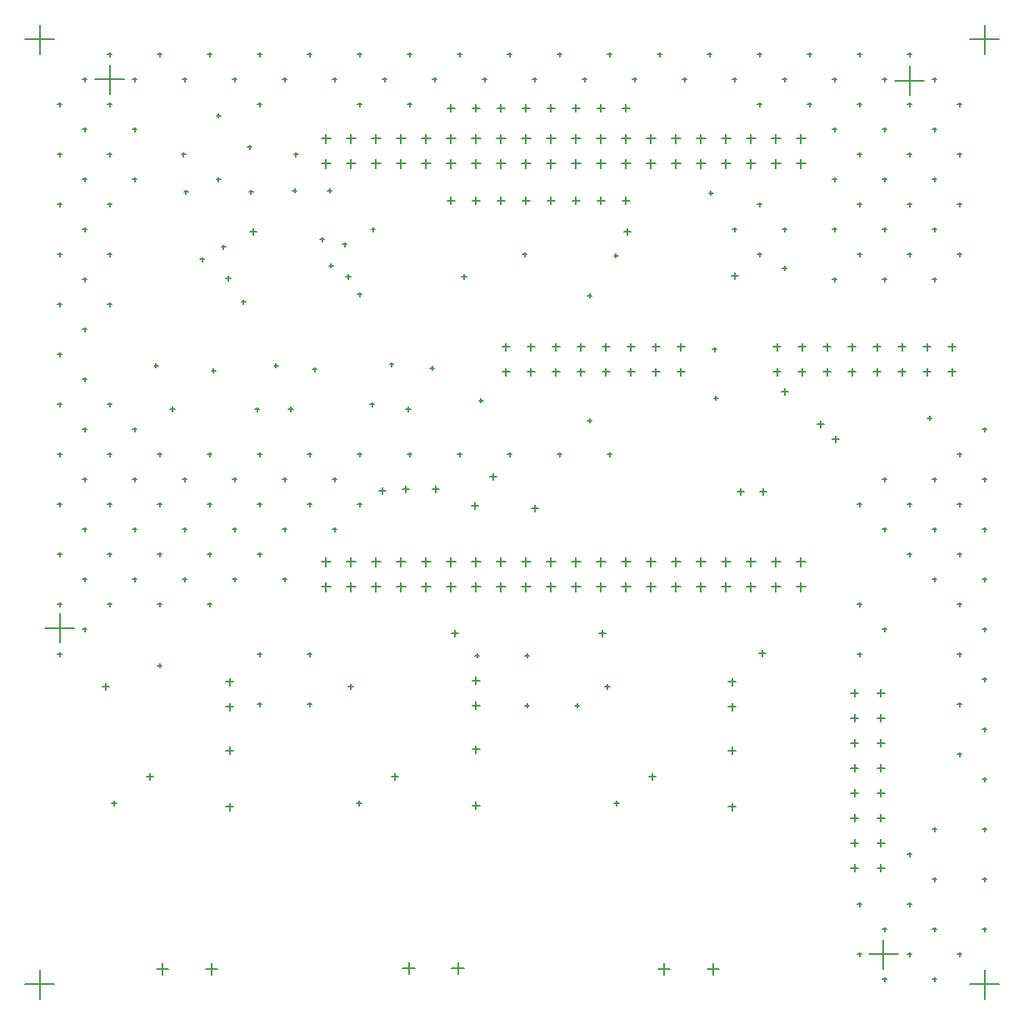
<source format=gbr>
G04 Layer_Color=128*
%FSLAX25Y25*%
%MOIN*%
%TF.FileFunction,Drillmap*%
%TF.Part,Single*%
G01*
G75*
%TA.AperFunction,NonConductor*%
%ADD65C,0.00500*%
D65*
X372047Y377953D02*
X383858D01*
X377953Y372047D02*
Y383858D01*
X372047Y-0D02*
X383858D01*
X377953Y-5906D02*
Y5906D01*
X-5905Y377953D02*
X5906D01*
X0Y372047D02*
Y383858D01*
X-5905Y-0D02*
X5906D01*
X0Y-5906D02*
Y5906D01*
X183000Y313500D02*
X186000D01*
X184500Y312000D02*
Y315000D01*
X173000Y313500D02*
X176000D01*
X174500Y312000D02*
Y315000D01*
X233000Y313500D02*
X236000D01*
X234500Y312000D02*
Y315000D01*
X223000Y313500D02*
X226000D01*
X224500Y312000D02*
Y315000D01*
X213000Y313500D02*
X216000D01*
X214500Y312000D02*
Y315000D01*
X203000Y313500D02*
X206000D01*
X204500Y312000D02*
Y315000D01*
X193000Y313500D02*
X196000D01*
X194500Y312000D02*
Y315000D01*
X163000Y313500D02*
X166000D01*
X164500Y312000D02*
Y315000D01*
X183000Y350500D02*
X186000D01*
X184500Y349000D02*
Y352000D01*
X173000Y350500D02*
X176000D01*
X174500Y349000D02*
Y352000D01*
X233000Y350500D02*
X236000D01*
X234500Y349000D02*
Y352000D01*
X223000Y350500D02*
X226000D01*
X224500Y349000D02*
Y352000D01*
X213000Y350500D02*
X216000D01*
X214500Y349000D02*
Y352000D01*
X203000Y350500D02*
X206000D01*
X204500Y349000D02*
Y352000D01*
X193000Y350500D02*
X196000D01*
X194500Y349000D02*
Y352000D01*
X163000Y350500D02*
X166000D01*
X164500Y349000D02*
Y352000D01*
X324500Y66500D02*
X327500D01*
X326000Y65000D02*
Y68000D01*
X324500Y56500D02*
X327500D01*
X326000Y55000D02*
Y58000D01*
X324500Y116500D02*
X327500D01*
X326000Y115000D02*
Y118000D01*
X324500Y106500D02*
X327500D01*
X326000Y105000D02*
Y108000D01*
X324500Y96500D02*
X327500D01*
X326000Y95000D02*
Y98000D01*
X324500Y86500D02*
X327500D01*
X326000Y85000D02*
Y88000D01*
X324500Y76500D02*
X327500D01*
X326000Y75000D02*
Y78000D01*
X324500Y46500D02*
X327500D01*
X326000Y45000D02*
Y48000D01*
X335000Y66500D02*
X338000D01*
X336500Y65000D02*
Y68000D01*
X335000Y56500D02*
X338000D01*
X336500Y55000D02*
Y58000D01*
X335000Y116500D02*
X338000D01*
X336500Y115000D02*
Y118000D01*
X335000Y106500D02*
X338000D01*
X336500Y105000D02*
Y108000D01*
X335000Y96500D02*
X338000D01*
X336500Y95000D02*
Y98000D01*
X335000Y86500D02*
X338000D01*
X336500Y85000D02*
Y88000D01*
X335000Y76500D02*
X338000D01*
X336500Y75000D02*
Y78000D01*
X335000Y46500D02*
X338000D01*
X336500Y45000D02*
Y48000D01*
X293500Y255000D02*
X296500D01*
X295000Y253500D02*
Y256500D01*
X323500Y255000D02*
X326500D01*
X325000Y253500D02*
Y256500D01*
X333500Y255000D02*
X336500D01*
X335000Y253500D02*
Y256500D01*
X343500Y255000D02*
X346500D01*
X345000Y253500D02*
Y256500D01*
X353500Y255000D02*
X356500D01*
X355000Y253500D02*
Y256500D01*
X363500Y255000D02*
X366500D01*
X365000Y253500D02*
Y256500D01*
X303500Y255000D02*
X306500D01*
X305000Y253500D02*
Y256500D01*
X313500Y255000D02*
X316500D01*
X315000Y253500D02*
Y256500D01*
X293500Y245000D02*
X296500D01*
X295000Y243500D02*
Y246500D01*
X323500Y245000D02*
X326500D01*
X325000Y243500D02*
Y246500D01*
X333500Y245000D02*
X336500D01*
X335000Y243500D02*
Y246500D01*
X343500Y245000D02*
X346500D01*
X345000Y243500D02*
Y246500D01*
X353500Y245000D02*
X356500D01*
X355000Y243500D02*
Y246500D01*
X363500Y245000D02*
X366500D01*
X365000Y243500D02*
Y246500D01*
X303500Y245000D02*
X306500D01*
X305000Y243500D02*
Y246500D01*
X313500Y245000D02*
X316500D01*
X315000Y243500D02*
Y246500D01*
X185000Y255000D02*
X188000D01*
X186500Y253500D02*
Y256500D01*
X215000Y255000D02*
X218000D01*
X216500Y253500D02*
Y256500D01*
X225000Y255000D02*
X228000D01*
X226500Y253500D02*
Y256500D01*
X235000Y255000D02*
X238000D01*
X236500Y253500D02*
Y256500D01*
X245000Y255000D02*
X248000D01*
X246500Y253500D02*
Y256500D01*
X255000Y255000D02*
X258000D01*
X256500Y253500D02*
Y256500D01*
X195000Y255000D02*
X198000D01*
X196500Y253500D02*
Y256500D01*
X205000Y255000D02*
X208000D01*
X206500Y253500D02*
Y256500D01*
X185000Y245000D02*
X188000D01*
X186500Y243500D02*
Y246500D01*
X215000Y245000D02*
X218000D01*
X216500Y243500D02*
Y246500D01*
X225000Y245000D02*
X228000D01*
X226500Y243500D02*
Y246500D01*
X235000Y245000D02*
X238000D01*
X236500Y243500D02*
Y246500D01*
X245000Y245000D02*
X248000D01*
X246500Y243500D02*
Y246500D01*
X255000Y245000D02*
X258000D01*
X256500Y243500D02*
Y246500D01*
X195000Y245000D02*
X198000D01*
X196500Y243500D02*
Y246500D01*
X205000Y245000D02*
X208000D01*
X206500Y243500D02*
Y246500D01*
X112728Y159000D02*
X116272D01*
X114500Y157228D02*
Y160772D01*
X122728Y159000D02*
X126272D01*
X124500Y157228D02*
Y160772D01*
X132728Y159000D02*
X136272D01*
X134500Y157228D02*
Y160772D01*
X142728Y159000D02*
X146272D01*
X144500Y157228D02*
Y160772D01*
X152728Y159000D02*
X156272D01*
X154500Y157228D02*
Y160772D01*
X162728Y159000D02*
X166272D01*
X164500Y157228D02*
Y160772D01*
X172728Y159000D02*
X176272D01*
X174500Y157228D02*
Y160772D01*
X182728Y159000D02*
X186272D01*
X184500Y157228D02*
Y160772D01*
X192728Y159000D02*
X196272D01*
X194500Y157228D02*
Y160772D01*
X202728Y159000D02*
X206272D01*
X204500Y157228D02*
Y160772D01*
X212728Y159000D02*
X216272D01*
X214500Y157228D02*
Y160772D01*
X222728Y159000D02*
X226272D01*
X224500Y157228D02*
Y160772D01*
X232728Y159000D02*
X236272D01*
X234500Y157228D02*
Y160772D01*
X242728Y159000D02*
X246272D01*
X244500Y157228D02*
Y160772D01*
X252728Y159000D02*
X256272D01*
X254500Y157228D02*
Y160772D01*
X262728Y159000D02*
X266272D01*
X264500Y157228D02*
Y160772D01*
X272728Y159000D02*
X276272D01*
X274500Y157228D02*
Y160772D01*
X282728Y159000D02*
X286272D01*
X284500Y157228D02*
Y160772D01*
X292728Y159000D02*
X296272D01*
X294500Y157228D02*
Y160772D01*
X302728Y159000D02*
X306272D01*
X304500Y157228D02*
Y160772D01*
X112728Y169000D02*
X116272D01*
X114500Y167228D02*
Y170772D01*
X122728Y169000D02*
X126272D01*
X124500Y167228D02*
Y170772D01*
X132728Y169000D02*
X136272D01*
X134500Y167228D02*
Y170772D01*
X142728Y169000D02*
X146272D01*
X144500Y167228D02*
Y170772D01*
X152728Y169000D02*
X156272D01*
X154500Y167228D02*
Y170772D01*
X162728Y169000D02*
X166272D01*
X164500Y167228D02*
Y170772D01*
X172728Y169000D02*
X176272D01*
X174500Y167228D02*
Y170772D01*
X182728Y169000D02*
X186272D01*
X184500Y167228D02*
Y170772D01*
X192728Y169000D02*
X196272D01*
X194500Y167228D02*
Y170772D01*
X202728Y169000D02*
X206272D01*
X204500Y167228D02*
Y170772D01*
X212728Y169000D02*
X216272D01*
X214500Y167228D02*
Y170772D01*
X222728Y169000D02*
X226272D01*
X224500Y167228D02*
Y170772D01*
X232728Y169000D02*
X236272D01*
X234500Y167228D02*
Y170772D01*
X242728Y169000D02*
X246272D01*
X244500Y167228D02*
Y170772D01*
X252728Y169000D02*
X256272D01*
X254500Y167228D02*
Y170772D01*
X262728Y169000D02*
X266272D01*
X264500Y167228D02*
Y170772D01*
X272728Y169000D02*
X276272D01*
X274500Y167228D02*
Y170772D01*
X282728Y169000D02*
X286272D01*
X284500Y167228D02*
Y170772D01*
X292728Y169000D02*
X296272D01*
X294500Y167228D02*
Y170772D01*
X302728Y169000D02*
X306272D01*
X304500Y167228D02*
Y170772D01*
X112728Y328291D02*
X116272D01*
X114500Y326520D02*
Y330063D01*
X302728Y338291D02*
X306272D01*
X304500Y336520D02*
Y340063D01*
X292728Y338291D02*
X296272D01*
X294500Y336520D02*
Y340063D01*
X282728Y338291D02*
X286272D01*
X284500Y336520D02*
Y340063D01*
X272728Y338291D02*
X276272D01*
X274500Y336520D02*
Y340063D01*
X262728Y338291D02*
X266272D01*
X264500Y336520D02*
Y340063D01*
X252728Y338291D02*
X256272D01*
X254500Y336520D02*
Y340063D01*
X242728Y338291D02*
X246272D01*
X244500Y336520D02*
Y340063D01*
X232728Y338291D02*
X236272D01*
X234500Y336520D02*
Y340063D01*
X222728Y338291D02*
X226272D01*
X224500Y336520D02*
Y340063D01*
X212728Y338291D02*
X216272D01*
X214500Y336520D02*
Y340063D01*
X202728Y338291D02*
X206272D01*
X204500Y336520D02*
Y340063D01*
X192728Y338291D02*
X196272D01*
X194500Y336520D02*
Y340063D01*
X182728Y338291D02*
X186272D01*
X184500Y336520D02*
Y340063D01*
X172728Y338291D02*
X176272D01*
X174500Y336520D02*
Y340063D01*
X162728Y338291D02*
X166272D01*
X164500Y336520D02*
Y340063D01*
X152728Y338291D02*
X156272D01*
X154500Y336520D02*
Y340063D01*
X142728Y338291D02*
X146272D01*
X144500Y336520D02*
Y340063D01*
X132728Y338291D02*
X136272D01*
X134500Y336520D02*
Y340063D01*
X122728Y338291D02*
X126272D01*
X124500Y336520D02*
Y340063D01*
X112728Y338291D02*
X116272D01*
X114500Y336520D02*
Y340063D01*
X302728Y328291D02*
X306272D01*
X304500Y326520D02*
Y330063D01*
X292728Y328291D02*
X296272D01*
X294500Y326520D02*
Y330063D01*
X282728Y328291D02*
X286272D01*
X284500Y326520D02*
Y330063D01*
X272728Y328291D02*
X276272D01*
X274500Y326520D02*
Y330063D01*
X262728Y328291D02*
X266272D01*
X264500Y326520D02*
Y330063D01*
X252728Y328291D02*
X256272D01*
X254500Y326520D02*
Y330063D01*
X242728Y328291D02*
X246272D01*
X244500Y326520D02*
Y330063D01*
X232728Y328291D02*
X236272D01*
X234500Y326520D02*
Y330063D01*
X222728Y328291D02*
X226272D01*
X224500Y326520D02*
Y330063D01*
X212728Y328291D02*
X216272D01*
X214500Y326520D02*
Y330063D01*
X202728Y328291D02*
X206272D01*
X204500Y326520D02*
Y330063D01*
X192728Y328291D02*
X196272D01*
X194500Y326520D02*
Y330063D01*
X182728Y328291D02*
X186272D01*
X184500Y326520D02*
Y330063D01*
X172728Y328291D02*
X176272D01*
X174500Y326520D02*
Y330063D01*
X162728Y328291D02*
X166272D01*
X164500Y326520D02*
Y330063D01*
X152728Y328291D02*
X156272D01*
X154500Y326520D02*
Y330063D01*
X142728Y328291D02*
X146272D01*
X144500Y326520D02*
Y330063D01*
X132728Y328291D02*
X136272D01*
X134500Y326520D02*
Y330063D01*
X122728Y328291D02*
X126272D01*
X124500Y326520D02*
Y330063D01*
X172937Y71559D02*
X175937D01*
X174437Y70059D02*
Y73059D01*
X172937Y94000D02*
X175937D01*
X174437Y92500D02*
Y95500D01*
X172937Y111559D02*
X175937D01*
X174437Y110059D02*
Y113059D01*
X172937Y121559D02*
X175937D01*
X174437Y120059D02*
Y123059D01*
X74500Y71059D02*
X77500D01*
X76000Y69559D02*
Y72559D01*
X74500Y93500D02*
X77500D01*
X76000Y92000D02*
Y95000D01*
X74500Y111059D02*
X77500D01*
X76000Y109559D02*
Y112559D01*
X74500Y121059D02*
X77500D01*
X76000Y119559D02*
Y122559D01*
X266980Y6000D02*
X271705D01*
X269342Y3638D02*
Y8362D01*
X247295Y6000D02*
X252020D01*
X249658Y3638D02*
Y8362D01*
X275500Y71059D02*
X278500D01*
X277000Y69559D02*
Y72559D01*
X275500Y93500D02*
X278500D01*
X277000Y92000D02*
Y95000D01*
X275500Y111059D02*
X278500D01*
X277000Y109559D02*
Y112559D01*
X275500Y121059D02*
X278500D01*
X277000Y119559D02*
Y122559D01*
X164917Y6500D02*
X169642D01*
X167280Y4138D02*
Y8862D01*
X145232Y6500D02*
X149957D01*
X147594Y4138D02*
Y8862D01*
X66480Y6000D02*
X71205D01*
X68843Y3638D02*
Y8362D01*
X46795Y6000D02*
X51520D01*
X49158Y3638D02*
Y8362D01*
X331594Y12000D02*
X343406D01*
X337500Y6095D02*
Y17906D01*
X288100Y197000D02*
X290900D01*
X289500Y195600D02*
Y198400D01*
X279100Y197000D02*
X281900D01*
X280500Y195600D02*
Y198400D01*
X172600Y191500D02*
X175400D01*
X174000Y190100D02*
Y192900D01*
X145100Y198000D02*
X147900D01*
X146500Y196600D02*
Y199400D01*
X135600Y197500D02*
X138400D01*
X137000Y196100D02*
Y198900D01*
X157100Y198000D02*
X159900D01*
X158500Y196600D02*
Y199400D01*
X317100Y218000D02*
X319900D01*
X318500Y216600D02*
Y219400D01*
X311100Y224000D02*
X313900D01*
X312500Y222600D02*
Y225400D01*
X296600Y237000D02*
X299400D01*
X298000Y235600D02*
Y238400D01*
X47213Y372000D02*
X48787D01*
X48000Y371213D02*
Y372787D01*
X37213Y362000D02*
X38787D01*
X38000Y361213D02*
Y362787D01*
X27213Y372000D02*
X28787D01*
X28000Y371213D02*
Y372787D01*
X17213Y362000D02*
X18787D01*
X18000Y361213D02*
Y362787D01*
X57213Y362000D02*
X58787D01*
X58000Y361213D02*
Y362787D01*
X67213Y372000D02*
X68787D01*
X68000Y371213D02*
Y372787D01*
X77213Y362000D02*
X78787D01*
X78000Y361213D02*
Y362787D01*
X87213Y372000D02*
X88787D01*
X88000Y371213D02*
Y372787D01*
X97213Y362000D02*
X98787D01*
X98000Y361213D02*
Y362787D01*
X107213Y372000D02*
X108787D01*
X108000Y371213D02*
Y372787D01*
X117213Y362000D02*
X118787D01*
X118000Y361213D02*
Y362787D01*
X127213Y372000D02*
X128787D01*
X128000Y371213D02*
Y372787D01*
X137213Y362000D02*
X138787D01*
X138000Y361213D02*
Y362787D01*
X147213Y372000D02*
X148787D01*
X148000Y371213D02*
Y372787D01*
X157213Y362000D02*
X158787D01*
X158000Y361213D02*
Y362787D01*
X167213Y372000D02*
X168787D01*
X168000Y371213D02*
Y372787D01*
X177213Y362000D02*
X178787D01*
X178000Y361213D02*
Y362787D01*
X187213Y372000D02*
X188787D01*
X188000Y371213D02*
Y372787D01*
X197213Y362000D02*
X198787D01*
X198000Y361213D02*
Y362787D01*
X207213Y372000D02*
X208787D01*
X208000Y371213D02*
Y372787D01*
X217213Y362000D02*
X218787D01*
X218000Y361213D02*
Y362787D01*
X227213Y372000D02*
X228787D01*
X228000Y371213D02*
Y372787D01*
X237213Y362000D02*
X238787D01*
X238000Y361213D02*
Y362787D01*
X247213Y372000D02*
X248787D01*
X248000Y371213D02*
Y372787D01*
X257213Y362000D02*
X258787D01*
X258000Y361213D02*
Y362787D01*
X267213Y372000D02*
X268787D01*
X268000Y371213D02*
Y372787D01*
X277213Y362000D02*
X278787D01*
X278000Y361213D02*
Y362787D01*
X287213Y372000D02*
X288787D01*
X288000Y371213D02*
Y372787D01*
X297213Y362000D02*
X298787D01*
X298000Y361213D02*
Y362787D01*
X307213Y372000D02*
X308787D01*
X308000Y371213D02*
Y372787D01*
X317213Y362000D02*
X318787D01*
X318000Y361213D02*
Y362787D01*
X327213Y372000D02*
X328787D01*
X328000Y371213D02*
Y372787D01*
X337213Y362000D02*
X338787D01*
X338000Y361213D02*
Y362787D01*
X347213Y372000D02*
X348787D01*
X348000Y371213D02*
Y372787D01*
X7213Y352000D02*
X8787D01*
X8000Y351213D02*
Y352787D01*
X27213Y352000D02*
X28787D01*
X28000Y351213D02*
Y352787D01*
X37213Y342000D02*
X38787D01*
X38000Y341213D02*
Y342787D01*
X17213Y342000D02*
X18787D01*
X18000Y341213D02*
Y342787D01*
X17213Y322000D02*
X18787D01*
X18000Y321213D02*
Y322787D01*
X37213Y322000D02*
X38787D01*
X38000Y321213D02*
Y322787D01*
X27213Y332000D02*
X28787D01*
X28000Y331213D02*
Y332787D01*
X7213Y332000D02*
X8787D01*
X8000Y331213D02*
Y332787D01*
X17213Y302000D02*
X18787D01*
X18000Y301213D02*
Y302787D01*
X27213Y312000D02*
X28787D01*
X28000Y311213D02*
Y312787D01*
X7213Y312000D02*
X8787D01*
X8000Y311213D02*
Y312787D01*
X17213Y282000D02*
X18787D01*
X18000Y281213D02*
Y282787D01*
X27213Y292000D02*
X28787D01*
X28000Y291213D02*
Y292787D01*
X7213Y292000D02*
X8787D01*
X8000Y291213D02*
Y292787D01*
X17213Y262000D02*
X18787D01*
X18000Y261213D02*
Y262787D01*
X27213Y272000D02*
X28787D01*
X28000Y271213D02*
Y272787D01*
X7213Y272000D02*
X8787D01*
X8000Y271213D02*
Y272787D01*
X17213Y242000D02*
X18787D01*
X18000Y241213D02*
Y242787D01*
X45713Y247500D02*
X47287D01*
X46500Y246713D02*
Y248287D01*
X7213Y252000D02*
X8787D01*
X8000Y251213D02*
Y252787D01*
X17213Y222000D02*
X18787D01*
X18000Y221213D02*
Y222787D01*
X37213Y222000D02*
X38787D01*
X38000Y221213D02*
Y222787D01*
X27213Y232000D02*
X28787D01*
X28000Y231213D02*
Y232787D01*
X7213Y232000D02*
X8787D01*
X8000Y231213D02*
Y232787D01*
X17213Y202000D02*
X18787D01*
X18000Y201213D02*
Y202787D01*
X37213Y202000D02*
X38787D01*
X38000Y201213D02*
Y202787D01*
X27213Y212000D02*
X28787D01*
X28000Y211213D02*
Y212787D01*
X7213Y212000D02*
X8787D01*
X8000Y211213D02*
Y212787D01*
X47213Y212000D02*
X48787D01*
X48000Y211213D02*
Y212787D01*
X17213Y182000D02*
X18787D01*
X18000Y181213D02*
Y182787D01*
X37213Y182000D02*
X38787D01*
X38000Y181213D02*
Y182787D01*
X27213Y192000D02*
X28787D01*
X28000Y191213D02*
Y192787D01*
X7213Y192000D02*
X8787D01*
X8000Y191213D02*
Y192787D01*
X47213Y192000D02*
X48787D01*
X48000Y191213D02*
Y192787D01*
X17213Y162000D02*
X18787D01*
X18000Y161213D02*
Y162787D01*
X37213Y162000D02*
X38787D01*
X38000Y161213D02*
Y162787D01*
X27213Y172000D02*
X28787D01*
X28000Y171213D02*
Y172787D01*
X7213Y172000D02*
X8787D01*
X8000Y171213D02*
Y172787D01*
X47213Y172000D02*
X48787D01*
X48000Y171213D02*
Y172787D01*
X17213Y142000D02*
X18787D01*
X18000Y141213D02*
Y142787D01*
X27213Y152000D02*
X28787D01*
X28000Y151213D02*
Y152787D01*
X7213Y152000D02*
X8787D01*
X8000Y151213D02*
Y152787D01*
X47213Y152000D02*
X48787D01*
X48000Y151213D02*
Y152787D01*
X7213Y132000D02*
X8787D01*
X8000Y131213D02*
Y132787D01*
X77213Y202000D02*
X78787D01*
X78000Y201213D02*
Y202787D01*
X72713Y295000D02*
X74287D01*
X73500Y294213D02*
Y295787D01*
X67213Y212000D02*
X68787D01*
X68000Y211213D02*
Y212787D01*
X101713Y332000D02*
X103287D01*
X102500Y331213D02*
Y332787D01*
X121213Y296000D02*
X122787D01*
X122000Y295213D02*
Y296787D01*
X156213Y246500D02*
X157787D01*
X157000Y245713D02*
Y247287D01*
X132662Y302000D02*
X134237D01*
X133449Y301213D02*
Y302787D01*
X101213Y317500D02*
X102787D01*
X102000Y316713D02*
Y318287D01*
X64213Y290000D02*
X65787D01*
X65000Y289213D02*
Y290787D01*
X147213Y212000D02*
X148787D01*
X148000Y211213D02*
Y212787D01*
X86213Y230000D02*
X87787D01*
X87000Y229213D02*
Y230787D01*
X80713Y273000D02*
X82287D01*
X81500Y272213D02*
Y273787D01*
X87213Y172000D02*
X88787D01*
X88000Y171213D02*
Y172787D01*
X67213Y172000D02*
X68787D01*
X68000Y171213D02*
Y172787D01*
X77213Y162000D02*
X78787D01*
X78000Y161213D02*
Y162787D01*
X67213Y192000D02*
X68787D01*
X68000Y191213D02*
Y192787D01*
X77213Y182000D02*
X78787D01*
X78000Y181213D02*
Y182787D01*
X57213Y182000D02*
X58787D01*
X58000Y181213D02*
Y182787D01*
X57213Y202000D02*
X58787D01*
X58000Y201213D02*
Y202787D01*
X87213Y192000D02*
X88787D01*
X88000Y191213D02*
Y192787D01*
X112213Y298000D02*
X113787D01*
X113000Y297213D02*
Y298787D01*
X115713Y287500D02*
X117287D01*
X116500Y286713D02*
Y288287D01*
X97213Y182000D02*
X98787D01*
X98000Y181213D02*
Y182787D01*
X107213Y192000D02*
X108787D01*
X108000Y191213D02*
Y192787D01*
X117213Y182000D02*
X118787D01*
X118000Y181213D02*
Y182787D01*
X97213Y162000D02*
X98787D01*
X98000Y161213D02*
Y162787D01*
X57213Y162000D02*
X58787D01*
X58000Y161213D02*
Y162787D01*
X67213Y152000D02*
X68787D01*
X68000Y151213D02*
Y152787D01*
X87213Y132000D02*
X88787D01*
X88000Y131213D02*
Y132787D01*
X107213Y112000D02*
X108787D01*
X108000Y111213D02*
Y112787D01*
X87213Y112000D02*
X88787D01*
X88000Y111213D02*
Y112787D01*
X47213Y127500D02*
X48787D01*
X48000Y126713D02*
Y128287D01*
X107213Y132000D02*
X108787D01*
X108000Y131213D02*
Y132787D01*
X127213Y192000D02*
X128787D01*
X128000Y191213D02*
Y192787D01*
X115213Y317500D02*
X116787D01*
X116000Y316713D02*
Y318287D01*
X167213Y212000D02*
X168787D01*
X168000Y211213D02*
Y212787D01*
X187213Y212000D02*
X188787D01*
X188000Y211213D02*
Y212787D01*
X207213Y212000D02*
X208787D01*
X208000Y211213D02*
Y212787D01*
X227213Y212000D02*
X228787D01*
X228000Y211213D02*
Y212787D01*
X56713Y332000D02*
X58287D01*
X57500Y331213D02*
Y332787D01*
X109213Y246000D02*
X110787D01*
X110000Y245213D02*
Y246787D01*
X132213Y232000D02*
X133787D01*
X133000Y231213D02*
Y232787D01*
X68713Y245500D02*
X70287D01*
X69500Y244713D02*
Y246287D01*
X83213Y335000D02*
X84787D01*
X84000Y334213D02*
Y335787D01*
X70713Y322000D02*
X72287D01*
X71500Y321213D02*
Y322787D01*
X70713Y347500D02*
X72287D01*
X71500Y346713D02*
Y348287D01*
X87213Y352000D02*
X88787D01*
X88000Y351213D02*
Y352787D01*
X83713Y317000D02*
X85287D01*
X84500Y316213D02*
Y317787D01*
X57713Y317000D02*
X59287D01*
X58500Y316213D02*
Y317787D01*
X357213Y322000D02*
X358787D01*
X358000Y321213D02*
Y322787D01*
X317213Y322000D02*
X318787D01*
X318000Y321213D02*
Y322787D01*
X337213Y322000D02*
X338787D01*
X338000Y321213D02*
Y322787D01*
X357213Y342000D02*
X358787D01*
X358000Y341213D02*
Y342787D01*
X317213Y342000D02*
X318787D01*
X318000Y341213D02*
Y342787D01*
X337213Y342000D02*
X338787D01*
X338000Y341213D02*
Y342787D01*
X347213Y332000D02*
X348787D01*
X348000Y331213D02*
Y332787D01*
X327213Y332000D02*
X328787D01*
X328000Y331213D02*
Y332787D01*
X357213Y282000D02*
X358787D01*
X358000Y281213D02*
Y282787D01*
X317213Y282000D02*
X318787D01*
X318000Y281213D02*
Y282787D01*
X337213Y282000D02*
X338787D01*
X338000Y281213D02*
Y282787D01*
X357213Y302000D02*
X358787D01*
X358000Y301213D02*
Y302787D01*
X317213Y302000D02*
X318787D01*
X318000Y301213D02*
Y302787D01*
X337213Y302000D02*
X338787D01*
X338000Y301213D02*
Y302787D01*
X347213Y292000D02*
X348787D01*
X348000Y291213D02*
Y292787D01*
X327213Y292000D02*
X328787D01*
X328000Y291213D02*
Y292787D01*
X327213Y352000D02*
X328787D01*
X328000Y351213D02*
Y352787D01*
X347213Y352000D02*
X348787D01*
X348000Y351213D02*
Y352787D01*
X327213Y312000D02*
X328787D01*
X328000Y311213D02*
Y312787D01*
X347213Y312000D02*
X348787D01*
X348000Y311213D02*
Y312787D01*
X367213Y332000D02*
X368787D01*
X368000Y331213D02*
Y332787D01*
X367213Y312000D02*
X368787D01*
X368000Y311213D02*
Y312787D01*
X357213Y362000D02*
X358787D01*
X358000Y361213D02*
Y362787D01*
X367213Y352000D02*
X368787D01*
X368000Y351213D02*
Y352787D01*
X307213Y352000D02*
X308787D01*
X308000Y351213D02*
Y352787D01*
X287213Y352000D02*
X288787D01*
X288000Y351213D02*
Y352787D01*
X287213Y312000D02*
X288787D01*
X288000Y311213D02*
Y312787D01*
X297213Y302000D02*
X298787D01*
X298000Y301213D02*
Y302787D01*
X277213Y302000D02*
X278787D01*
X278000Y301213D02*
Y302787D01*
X287213Y292000D02*
X288787D01*
X288000Y291213D02*
Y292787D01*
X297213Y286500D02*
X298787D01*
X298000Y285713D02*
Y287287D01*
X229713Y291500D02*
X231287D01*
X230500Y290713D02*
Y292287D01*
X269213Y254000D02*
X270787D01*
X270000Y253213D02*
Y254787D01*
X175713Y233500D02*
X177287D01*
X176500Y232713D02*
Y234287D01*
X269713Y234500D02*
X271287D01*
X270500Y233713D02*
Y235287D01*
X219213Y225500D02*
X220787D01*
X220000Y224713D02*
Y226287D01*
X367213Y292000D02*
X368787D01*
X368000Y291213D02*
Y292787D01*
X367213Y212000D02*
X368787D01*
X368000Y211213D02*
Y212787D01*
X337213Y202000D02*
X338787D01*
X338000Y201213D02*
Y202787D01*
X357213Y202000D02*
X358787D01*
X358000Y201213D02*
Y202787D01*
X355213Y226500D02*
X356787D01*
X356000Y225713D02*
Y227287D01*
X347213Y192000D02*
X348787D01*
X348000Y191213D02*
Y192787D01*
X327213Y192000D02*
X328787D01*
X328000Y191213D02*
Y192787D01*
X337213Y182000D02*
X338787D01*
X338000Y181213D02*
Y182787D01*
X357213Y182000D02*
X358787D01*
X358000Y181213D02*
Y182787D01*
X367213Y192000D02*
X368787D01*
X368000Y191213D02*
Y192787D01*
X377213Y182000D02*
X378787D01*
X378000Y181213D02*
Y182787D01*
X367213Y172000D02*
X368787D01*
X368000Y171213D02*
Y172787D01*
X347213Y172000D02*
X348787D01*
X348000Y171213D02*
Y172787D01*
X377213Y162000D02*
X378787D01*
X378000Y161213D02*
Y162787D01*
X357213Y162000D02*
X358787D01*
X358000Y161213D02*
Y162787D01*
X367213Y152000D02*
X368787D01*
X368000Y151213D02*
Y152787D01*
X377213Y142000D02*
X378787D01*
X378000Y141213D02*
Y142787D01*
X377213Y202000D02*
X378787D01*
X378000Y201213D02*
Y202787D01*
X377213Y222000D02*
X378787D01*
X378000Y221213D02*
Y222787D01*
X377213Y122000D02*
X378787D01*
X378000Y121213D02*
Y122787D01*
X377213Y102000D02*
X378787D01*
X378000Y101213D02*
Y102787D01*
X367213Y132000D02*
X368787D01*
X368000Y131213D02*
Y132787D01*
X367213Y112000D02*
X368787D01*
X368000Y111213D02*
Y112787D01*
X367213Y92000D02*
X368787D01*
X368000Y91213D02*
Y92787D01*
X377213Y82000D02*
X378787D01*
X378000Y81213D02*
Y82787D01*
X377213Y62000D02*
X378787D01*
X378000Y61213D02*
Y62787D01*
X377213Y42000D02*
X378787D01*
X378000Y41213D02*
Y42787D01*
X377213Y22000D02*
X378787D01*
X378000Y21213D02*
Y22787D01*
X347213Y32000D02*
X348787D01*
X348000Y31213D02*
Y32787D01*
X357213Y42000D02*
X358787D01*
X358000Y41213D02*
Y42787D01*
X347213Y52000D02*
X348787D01*
X348000Y51213D02*
Y52787D01*
X357213Y62000D02*
X358787D01*
X358000Y61213D02*
Y62787D01*
X327213Y12000D02*
X328787D01*
X328000Y11213D02*
Y12787D01*
X337213Y22000D02*
X338787D01*
X338000Y21213D02*
Y22787D01*
X327213Y32000D02*
X328787D01*
X328000Y31213D02*
Y32787D01*
X357213Y2000D02*
X358787D01*
X358000Y1213D02*
Y2787D01*
X347213Y12000D02*
X348787D01*
X348000Y11213D02*
Y12787D01*
X337213Y2000D02*
X338787D01*
X338000Y1213D02*
Y2787D01*
X367213Y12000D02*
X368787D01*
X368000Y11213D02*
Y12787D01*
X357213Y22000D02*
X358787D01*
X358000Y21213D02*
Y22787D01*
X214213Y111500D02*
X215787D01*
X215000Y110713D02*
Y112287D01*
X194213Y111500D02*
X195787D01*
X195000Y110713D02*
Y112287D01*
X194213Y131500D02*
X195787D01*
X195000Y130713D02*
Y132287D01*
X174213Y131500D02*
X175787D01*
X175000Y130713D02*
Y132287D01*
X327213Y152000D02*
X328787D01*
X328000Y151213D02*
Y152787D01*
X327213Y132000D02*
X328787D01*
X328000Y131213D02*
Y132787D01*
X337213Y142000D02*
X338787D01*
X338000Y141213D02*
Y142787D01*
X147213Y352000D02*
X148787D01*
X148000Y351213D02*
Y352787D01*
X127213Y352000D02*
X128787D01*
X128000Y351213D02*
Y352787D01*
X180100Y203000D02*
X182900D01*
X181500Y201600D02*
Y204400D01*
X196600Y190500D02*
X199400D01*
X198000Y189100D02*
Y191900D01*
X267713Y316500D02*
X269287D01*
X268500Y315713D02*
Y317287D01*
X28760Y72260D02*
X30760D01*
X29760Y71260D02*
Y73260D01*
X42600Y83000D02*
X45400D01*
X44000Y81600D02*
Y84400D01*
X126760Y72260D02*
X128760D01*
X127760Y71260D02*
Y73260D01*
X140600Y83000D02*
X143400D01*
X142000Y81600D02*
Y84400D01*
X229760Y72260D02*
X231760D01*
X230760Y71260D02*
Y73260D01*
X243600Y83000D02*
X246400D01*
X245000Y81600D02*
Y84400D01*
X223600Y140500D02*
X226400D01*
X225000Y139100D02*
Y141900D01*
X164600Y140500D02*
X167400D01*
X166000Y139100D02*
Y141900D01*
X25100Y119000D02*
X27900D01*
X26500Y117600D02*
Y120400D01*
X226000Y119000D02*
X228000D01*
X227000Y118000D02*
Y120000D01*
X123500Y119000D02*
X125500D01*
X124500Y118000D02*
Y120000D01*
X287600Y132500D02*
X290400D01*
X289000Y131100D02*
Y133900D01*
X233600Y301000D02*
X236400D01*
X235000Y299600D02*
Y302400D01*
X84100Y301000D02*
X86900D01*
X85500Y299600D02*
Y302400D01*
X74500Y282500D02*
X76500D01*
X75500Y281500D02*
Y283500D01*
X168772Y283000D02*
X170772D01*
X169772Y282000D02*
Y284000D01*
X93713Y247500D02*
X95287D01*
X94500Y246713D02*
Y248287D01*
X139984Y248000D02*
X141559D01*
X140772Y247213D02*
Y248787D01*
X146437Y230063D02*
X148437D01*
X147437Y229063D02*
Y231063D01*
X99437Y230063D02*
X101437D01*
X100437Y229063D02*
Y231063D01*
X51937Y230063D02*
X53937D01*
X52937Y229063D02*
Y231063D01*
X122500Y283000D02*
X124500D01*
X123500Y282000D02*
Y284000D01*
X127213Y276000D02*
X128787D01*
X128000Y275213D02*
Y276787D01*
X107213Y212000D02*
X108787D01*
X108000Y211213D02*
Y212787D01*
X97213Y202000D02*
X98787D01*
X98000Y201213D02*
Y202787D01*
X87213Y212000D02*
X88787D01*
X88000Y211213D02*
Y212787D01*
X127213Y212000D02*
X128787D01*
X128000Y211213D02*
Y212787D01*
X117213Y202000D02*
X118787D01*
X118000Y201213D02*
Y202787D01*
X219213Y275500D02*
X220787D01*
X220000Y274713D02*
Y276287D01*
X276600Y283500D02*
X279400D01*
X278000Y282100D02*
Y284900D01*
X193213Y292000D02*
X194787D01*
X194000Y291213D02*
Y292787D01*
X342094Y361500D02*
X353906D01*
X348000Y355594D02*
Y367406D01*
X22095Y362000D02*
X33906D01*
X28000Y356095D02*
Y367905D01*
X2094Y142500D02*
X13905D01*
X8000Y136594D02*
Y148406D01*
%TF.MD5,4ac4060ef22511812a58766adae070aa*%
M02*

</source>
